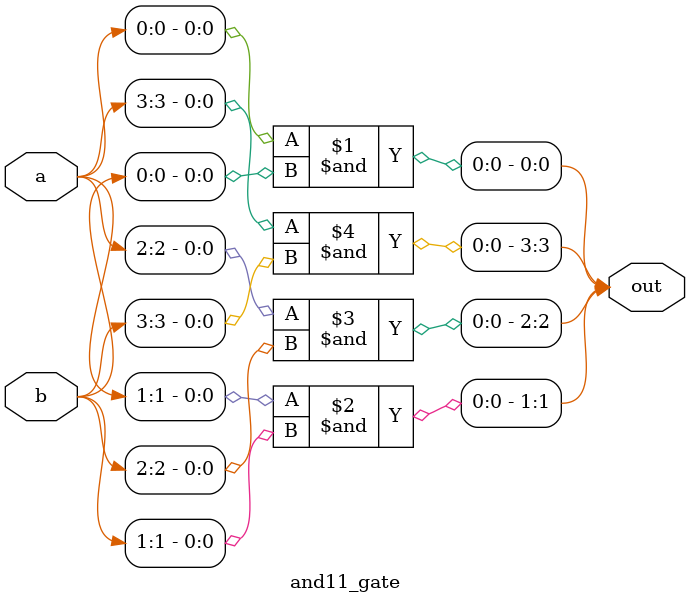
<source format=v>
module and11_gate (
    input wire [3:0] a,
    input wire [3:0] b,
    output wire [3:0] out
);

assign out = {a[3] & b[3], a[2] & b[2], a[1] & b[1], a[0] & b[0]};

endmodule

</source>
